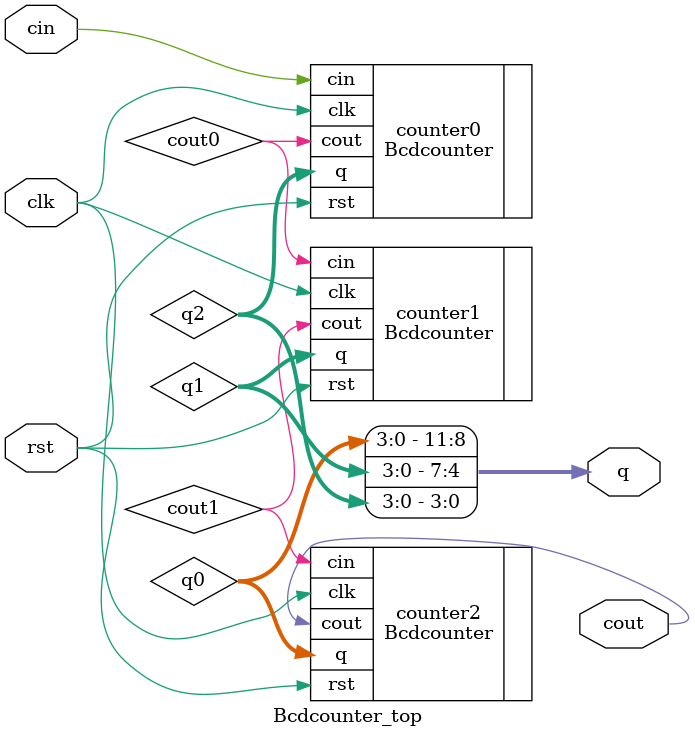
<source format=v>
module Bcdcounter_top(
clk,cin,rst,cout,q
);
 input clk;
 input cin;
 input rst;
 output cout;
 output [11:0] q;
 
 wire cout0;
 wire cout1;
 wire [3:0] q0,q1,q2;
 
 assign q={q0,q1,q2};
 Bcdcounter counter0(
	.clk(clk),
	.rst(rst),
	.cin(cin),
	.cout(cout0),
	.q(q2)
 );
  Bcdcounter counter1(
	.clk(clk),
	.rst(rst),
	.cin(cout0),
	.cout(cout1),
	.q(q1)
 );
  Bcdcounter counter2(
	.clk(clk),
	.rst(rst),
	.cin(cout1),
	.cout(cout),
	.q(q0)
 );
 
 
 endmodule 
 
</source>
